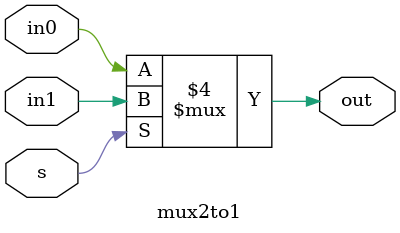
<source format=v>
module mux2to1 (in0, in1, s, out);

input in0, in1, s;
output out;

reg out;
/*
not inv1(s_bar,s);
and and1(a1, in0, s_bar);
and and2(a2, in1, s);
or or1(out, a1, a2);
*/
always @ (in0, in1, s)
begin
    //out = s ? in0 : in1;
    if(s==0)
        out = in0;
    else
        out = in1;
end


endmodule 
</source>
